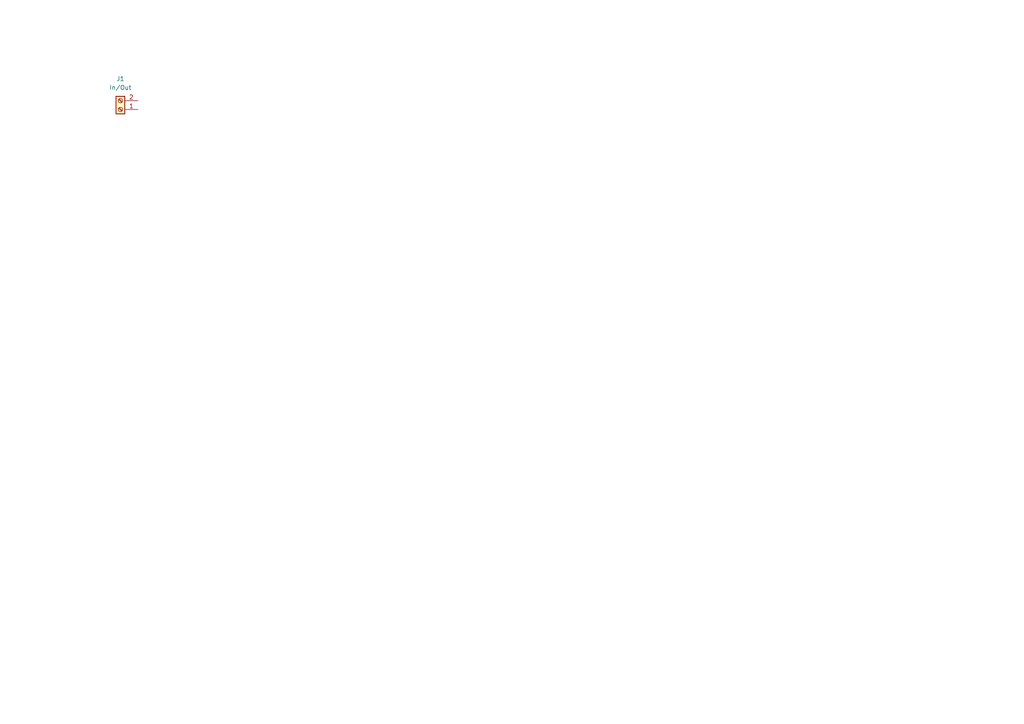
<source format=kicad_sch>
(kicad_sch (version 20230121) (generator eeschema)
  (paper "A4")
  (lib_symbols
    (symbol "Connector:Screw_Terminal_01x02" (pin_names (offset 1.016) hide)
      (property "Reference" "J" (at 0 2.54 0))
      (property "Value" "Screw_Terminal_01x02" (at 0 -5.08 0))
      (symbol "Screw_Terminal_01x02_1_1"
        (rectangle (start -1.27 1.27) (end 1.27 -3.81) (stroke (width 0.254)) (fill (type background)))
        (circle (center 0 -2.54) (radius 0.635) (stroke (width 0.1524)))
        (polyline (pts (xy -0.5334 -2.2098) (xy 0.3302 -3.048)) (stroke (width 0.1524)))
        (polyline (pts (xy -0.5334 0.3302) (xy 0.3302 -0.508)) (stroke (width 0.1524)))
        (polyline (pts (xy -0.3556 -2.032) (xy 0.508 -2.8702)) (stroke (width 0.1524)))
        (polyline (pts (xy -0.3556 0.508) (xy 0.508 -0.3302)) (stroke (width 0.1524)))
        (circle (center 0 0) (radius 0.635) (stroke (width 0.1524)))
        (pin passive line (at -5.08 0 0) (length 3.81) (name "Pin_1") (number "1"))
        (pin passive line (at -5.08 -2.54 0) (length 3.81) (name "Pin_2") (number "2"))
      )
    )
  )
  (symbol (lib_id "Connector:Screw_Terminal_01x02") (at 34.925 31.75 180) (unit 1)
    (property "Reference" "J1" (at 34.925 22.86 0))
    (property "Value" "In/Out" (at 34.925 25.4 0))
  )
)
</source>
